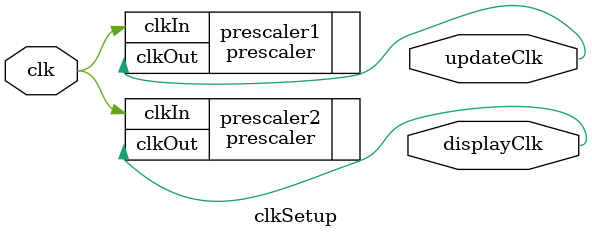
<source format=v>
module clkSetup (
	input clk,
	output displayClk,
	output updateClk
);

prescaler #(2) prescaler1 (
	.clkIn(clk),
	.clkOut(updateClk)
);

prescaler #(1024) prescaler2 (
	.clkIn(clk),
	.clkOut(displayClk)
);

endmodule
</source>
